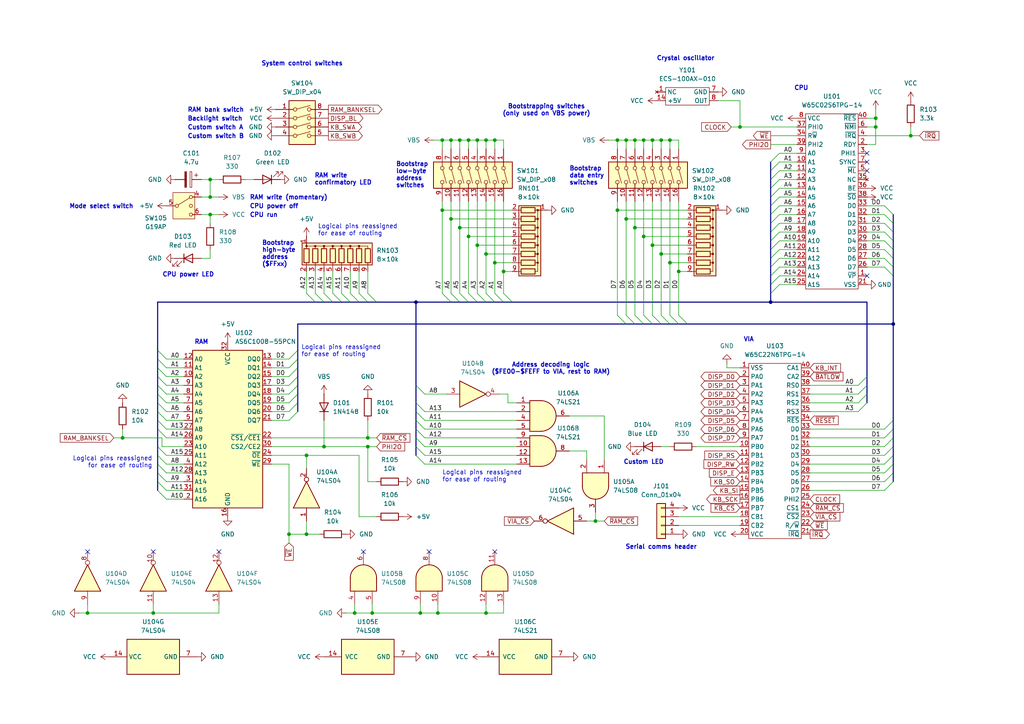
<source format=kicad_sch>
(kicad_sch (version 20250114) (generator "eeschema") (generator_version "9.0")
  (paper "A4")
  (text "Custom switch A" (at 54.356 37.084 0) (effects (font (size 1.27 1.27) (thickness 0.254) (bold yes)) (justify left)))
  (text "RAM" (at 58.42 99.314 0) (effects (font (size 1.27 1.27) (thickness 0.254) (bold yes))))
  (text "CPU" (at 232.41 25.654 0) (effects (font (size 1.27 1.27) (thickness 0.254) (bold yes))))
  (text "CPU run" (at 72.39 62.484 0) (effects (font (size 1.27 1.27) (thickness 0.254) (bold yes)) (justify left)))
  (text "Crystal oscillator" (at 198.882 17.018 0) (effects (font (size 1.27 1.27) (thickness 0.254) (bold yes))))
  (text "RAM write (momentary)" (at 72.39 57.404 0) (effects (font (size 1.27 1.27) (thickness 0.254) (bold yes)) (justify left)))
  (text "Bootstrap\nlow-byte\naddress\nswitches" (at 114.808 50.8 0) (effects (font (size 1.27 1.27) (thickness 0.254) (bold yes)) (justify left)))
  (text "CPU power off" (at 72.39 59.944 0) (effects (font (size 1.27 1.27) (thickness 0.254) (bold yes)) (justify left)))
  (text "Bootstrap\nhigh-byte\naddress\n($FFxx)" (at 75.946 73.66 0) (effects (font (size 1.27 1.27) (thickness 0.254) (bold yes)) (justify left)))
  (text "Bootstrap\ndata entry\nswitches" (at 165.1 51.054 0) (effects (font (size 1.27 1.27) (thickness 0.254) (bold yes)) (justify left)))
  (text "Serial comms header" (at 191.77 158.75 0) (effects (font (size 1.27 1.27) (thickness 0.254) (bold yes))))
  (text "CPU power LED" (at 54.61 79.756 0) (effects (font (size 1.27 1.27) (thickness 0.254) (bold yes))))
  (text "Address decoding logic\n($FE00-$FEFF to VIA, rest to RAM)" (at 159.766 106.934 0) (effects (font (size 1.27 1.27) (thickness 0.254) (bold yes))))
  (text "RAM write\nconfirmatory LED" (at 91.186 52.07 0) (effects (font (size 1.27 1.27) (thickness 0.254) (bold yes)) (justify left)))
  (text "Bootstrapping switches\n(only used on VBS power)" (at 158.496 32.004 0) (effects (font (size 1.27 1.27) (thickness 0.254) (bold yes))))
  (text "Logical pins reassigned\nfor ease of routing" (at 44.196 134.112 0) (effects (font (size 1.27 1.27) (thickness 0.1588)) (justify right)))
  (text "VIA" (at 217.17 98.552 0) (effects (font (size 1.27 1.27) (thickness 0.254) (bold yes))))
  (text "Logical pins reassigned\nfor ease of routing" (at 92.202 66.802 0) (effects (font (size 1.27 1.27) (thickness 0.1588)) (justify left)))
  (text "Mode select switch" (at 20.066 59.944 0) (effects (font (size 1.27 1.27) (thickness 0.254) (bold yes)) (justify left)))
  (text "Logical pins reassigned\nfor ease of routing" (at 128.27 138.176 0) (effects (font (size 1.27 1.27) (thickness 0.1588)) (justify left)))
  (text "Backlight switch" (at 54.356 34.544 0) (effects (font (size 1.27 1.27) (thickness 0.254) (bold yes)) (justify left)))
  (text "RAM bank switch" (at 54.356 32.004 0) (effects (font (size 1.27 1.27) (thickness 0.254) (bold yes)) (justify left)))
  (text "Custom LED" (at 186.69 134.112 0) (effects (font (size 1.27 1.27) (thickness 0.254) (bold yes))))
  (text "Logical pins reassigned\nfor ease of routing" (at 87.376 101.854 0) (effects (font (size 1.27 1.27) (thickness 0.1588)) (justify left)))
  (text "System control switches" (at 87.63 18.542 0) (effects (font (size 1.27 1.27) (thickness 0.254) (bold yes))))
  (text "Custom switch B" (at 54.356 39.624 0) (effects (font (size 1.27 1.27) (thickness 0.254) (bold yes)) (justify left)))
  (junction (at 194.31 76.2))
  (junction (at 83.82 154.94))
  (junction (at 133.35 40.64))
  (junction (at 44.45 177.8))
  (junction (at 107.95 177.8))
  (junction (at 128.27 40.64))
  (junction (at 146.05 78.74))
  (junction (at 184.15 40.64))
  (junction (at 102.87 177.8))
  (junction (at 25.4 177.8))
  (junction (at 35.56 127))
  (junction (at 189.23 71.12))
  (junction (at 186.69 68.58))
  (junction (at 121.92 177.8))
  (junction (at 184.15 66.04))
  (junction (at 194.31 40.64))
  (junction (at 127 177.8))
  (junction (at 143.51 40.64))
  (junction (at 143.51 76.2))
  (junction (at 106.68 129.54))
  (junction (at 191.77 40.64))
  (junction (at 120.65 87.63))
  (junction (at 130.81 40.64))
  (junction (at 214.63 36.83))
  (junction (at 186.69 40.64))
  (junction (at 264.16 39.37))
  (junction (at 138.43 71.12))
  (junction (at 130.81 63.5))
  (junction (at 196.85 78.74))
  (junction (at 106.68 127))
  (junction (at 133.35 66.04))
  (junction (at 254 34.29))
  (junction (at 172.72 151.13))
  (junction (at 140.97 40.64))
  (junction (at 223.52 87.63))
  (junction (at 135.89 40.64))
  (junction (at 181.61 40.64))
  (junction (at 128.27 60.96))
  (junction (at 60.96 52.07))
  (junction (at 181.61 63.5))
  (junction (at 135.89 68.58))
  (junction (at 179.07 60.96))
  (junction (at 140.97 177.8))
  (junction (at 93.98 129.54))
  (junction (at 88.9 132.08))
  (junction (at 179.07 40.64))
  (junction (at 191.77 73.66))
  (junction (at 254 36.83))
  (junction (at 60.96 62.23))
  (junction (at 140.97 73.66))
  (junction (at 259.08 93.98))
  (junction (at 60.96 57.15))
  (junction (at 88.9 154.94))
  (junction (at 138.43 40.64))
  (junction (at 189.23 40.64))
  (no_connect (at 25.4 160.02))
  (no_connect (at 251.46 49.53))
  (no_connect (at 251.46 80.01))
  (no_connect (at 143.51 160.02))
  (no_connect (at 124.46 160.02))
  (no_connect (at 44.45 160.02))
  (no_connect (at 251.46 46.99))
  (no_connect (at 251.46 44.45))
  (no_connect (at 63.5 160.02))
  (no_connect (at 105.41 160.02))
  (bus_entry (at 256.54 124.46) (size 2.54 -2.54))
  (bus_entry (at 256.54 77.47) (size 2.54 2.54))
  (bus_entry (at 135.89 85.09) (size 2.54 2.54))
  (bus_entry (at 48.26 124.46) (size -2.54 -2.54))
  (bus_entry (at 88.9 85.09) (size 2.54 2.54))
  (bus_entry (at 186.69 91.44) (size 2.54 2.54))
  (bus_entry (at 83.82 111.76) (size 2.54 -2.54))
  (bus_entry (at 104.14 85.09) (size 2.54 2.54))
  (bus_entry (at 123.19 119.38) (size -2.54 -2.54))
  (bus_entry (at 140.97 85.09) (size 2.54 2.54))
  (bus_entry (at 226.06 52.07) (size -2.54 2.54))
  (bus_entry (at 256.54 137.16) (size 2.54 -2.54))
  (bus_entry (at 133.35 85.09) (size 2.54 2.54))
  (bus_entry (at 123.19 114.3) (size -2.54 -2.54))
  (bus_entry (at 226.06 54.61) (size -2.54 2.54))
  (bus_entry (at 226.06 82.55) (size -2.54 2.54))
  (bus_entry (at 191.77 91.44) (size 2.54 2.54))
  (bus_entry (at 226.06 49.53) (size -2.54 2.54))
  (bus_entry (at 256.54 62.23) (size 2.54 2.54))
  (bus_entry (at 226.06 64.77) (size -2.54 2.54))
  (bus_entry (at 226.06 46.99) (size -2.54 2.54))
  (bus_entry (at 138.43 85.09) (size 2.54 2.54))
  (bus_entry (at 123.19 132.08) (size -2.54 -2.54))
  (bus_entry (at 83.82 121.92) (size 2.54 -2.54))
  (bus_entry (at 226.06 77.47) (size -2.54 2.54))
  (bus_entry (at 48.26 139.7) (size -2.54 -2.54))
  (bus_entry (at 256.54 74.93) (size 2.54 2.54))
  (bus_entry (at 226.06 80.01) (size -2.54 2.54))
  (bus_entry (at 196.85 91.44) (size 2.54 2.54))
  (bus_entry (at 48.26 144.78) (size -2.54 -2.54))
  (bus_entry (at 256.54 69.85) (size 2.54 2.54))
  (bus_entry (at 123.19 127) (size -2.54 -2.54))
  (bus_entry (at 48.26 121.92) (size -2.54 -2.54))
  (bus_entry (at 96.52 85.09) (size 2.54 2.54))
  (bus_entry (at 83.82 109.22) (size 2.54 -2.54))
  (bus_entry (at 256.54 139.7) (size 2.54 -2.54))
  (bus_entry (at 48.26 134.62) (size -2.54 -2.54))
  (bus_entry (at 130.81 85.09) (size 2.54 2.54))
  (bus_entry (at 184.15 91.44) (size 2.54 2.54))
  (bus_entry (at 48.26 109.22) (size -2.54 -2.54))
  (bus_entry (at 48.26 127) (size -2.54 -2.54))
  (bus_entry (at 256.54 132.08) (size 2.54 -2.54))
  (bus_entry (at 226.06 67.31) (size -2.54 2.54))
  (bus_entry (at 256.54 134.62) (size 2.54 -2.54))
  (bus_entry (at 48.26 106.68) (size -2.54 -2.54))
  (bus_entry (at 189.23 91.44) (size 2.54 2.54))
  (bus_entry (at 123.19 124.46) (size -2.54 -2.54))
  (bus_entry (at 248.92 114.3) (size 2.54 -2.54))
  (bus_entry (at 128.27 85.09) (size 2.54 2.54))
  (bus_entry (at 146.05 85.09) (size 2.54 2.54))
  (bus_entry (at 226.06 72.39) (size -2.54 2.54))
  (bus_entry (at 48.26 104.14) (size -2.54 -2.54))
  (bus_entry (at 48.26 137.16) (size -2.54 -2.54))
  (bus_entry (at 256.54 127) (size 2.54 -2.54))
  (bus_entry (at 256.54 59.69) (size 2.54 2.54))
  (bus_entry (at 106.68 85.09) (size 2.54 2.54))
  (bus_entry (at 181.61 91.44) (size 2.54 2.54))
  (bus_entry (at 226.06 74.93) (size -2.54 2.54))
  (bus_entry (at 83.82 119.38) (size 2.54 -2.54))
  (bus_entry (at 256.54 142.24) (size 2.54 -2.54))
  (bus_entry (at 194.31 91.44) (size 2.54 2.54))
  (bus_entry (at 256.54 129.54) (size 2.54 -2.54))
  (bus_entry (at 256.54 64.77) (size 2.54 2.54))
  (bus_entry (at 48.26 116.84) (size -2.54 -2.54))
  (bus_entry (at 93.98 85.09) (size 2.54 2.54))
  (bus_entry (at 91.44 85.09) (size 2.54 2.54))
  (bus_entry (at 123.19 121.92) (size -2.54 -2.54))
  (bus_entry (at 83.82 114.3) (size 2.54 -2.54))
  (bus_entry (at 48.26 142.24) (size -2.54 -2.54))
  (bus_entry (at 83.82 104.14) (size 2.54 -2.54))
  (bus_entry (at 248.92 116.84) (size 2.54 -2.54))
  (bus_entry (at 123.19 134.62) (size -2.54 -2.54))
  (bus_entry (at 226.06 44.45) (size -2.54 2.54))
  (bus_entry (at 83.82 116.84) (size 2.54 -2.54))
  (bus_entry (at 48.26 111.76) (size -2.54 -2.54))
  (bus_entry (at 48.26 132.08) (size -2.54 -2.54))
  (bus_entry (at 48.26 119.38) (size -2.54 -2.54))
  (bus_entry (at 226.06 59.69) (size -2.54 2.54))
  (bus_entry (at 256.54 67.31) (size 2.54 2.54))
  (bus_entry (at 143.51 85.09) (size 2.54 2.54))
  (bus_entry (at 48.26 114.3) (size -2.54 -2.54))
  (bus_entry (at 226.06 69.85) (size -2.54 2.54))
  (bus_entry (at 256.54 72.39) (size 2.54 2.54))
  (bus_entry (at 248.92 119.38) (size 2.54 -2.54))
  (bus_entry (at 226.06 57.15) (size -2.54 2.54))
  (bus_entry (at 179.07 91.44) (size 2.54 2.54))
  (bus_entry (at 123.19 129.54) (size -2.54 -2.54))
  (bus_entry (at 226.06 62.23) (size -2.54 2.54))
  (bus_entry (at 99.06 85.09) (size 2.54 2.54))
  (bus_entry (at 83.82 106.68) (size 2.54 -2.54))
  (bus_entry (at 248.92 111.76) (size 2.54 -2.54))
  (bus_entry (at 101.6 85.09) (size 2.54 2.54))
  (wire (pts (xy 128.27 40.64) (xy 130.81 40.64)))
  (bus (pts (xy 45.72 116.84) (xy 45.72 119.38)))
  (bus (pts (xy 86.36 104.14) (xy 86.36 106.68)))
  (wire (pts (xy 226.06 52.07) (xy 231.14 52.07)))
  (wire (pts (xy 63.5 177.8) (xy 63.5 175.26)))
  (wire (pts (xy 226.06 77.47) (xy 231.14 77.47)))
  (wire (pts (xy 189.23 40.64) (xy 186.69 40.64)))
  (wire (pts (xy 128.27 43.18) (xy 128.27 40.64)))
  (wire (pts (xy 189.23 58.42) (xy 189.23 71.12)))
  (bus (pts (xy 189.23 93.98) (xy 191.77 93.98)))
  (wire (pts (xy 175.26 120.65) (xy 175.26 133.35)))
  (wire (pts (xy 63.5 62.23) (xy 60.96 62.23)))
  (wire (pts (xy 133.35 40.64) (xy 135.89 40.64)))
  (wire (pts (xy 254 34.29) (xy 251.46 34.29)))
  (wire (pts (xy 78.74 127) (xy 106.68 127)))
  (bus (pts (xy 259.08 129.54) (xy 259.08 132.08)))
  (wire (pts (xy 172.72 151.13) (xy 170.18 151.13)))
  (wire (pts (xy 251.46 69.85) (xy 256.54 69.85)))
  (wire (pts (xy 48.26 144.78) (xy 53.34 144.78)))
  (wire (pts (xy 140.97 40.64) (xy 140.97 43.18)))
  (wire (pts (xy 48.26 116.84) (xy 53.34 116.84)))
  (wire (pts (xy 25.4 175.26) (xy 25.4 177.8)))
  (wire (pts (xy 71.12 52.07) (xy 73.66 52.07)))
  (wire (pts (xy 266.7 39.37) (xy 264.16 39.37)))
  (wire (pts (xy 48.26 137.16) (xy 53.34 137.16)))
  (bus (pts (xy 223.52 52.07) (xy 223.52 54.61)))
  (wire (pts (xy 146.05 78.74) (xy 148.59 78.74)))
  (wire (pts (xy 147.32 116.84) (xy 149.86 116.84)))
  (wire (pts (xy 109.22 139.7) (xy 106.68 139.7)))
  (wire (pts (xy 226.06 72.39) (xy 231.14 72.39)))
  (bus (pts (xy 223.52 54.61) (xy 223.52 57.15)))
  (wire (pts (xy 123.19 119.38) (xy 149.86 119.38)))
  (wire (pts (xy 123.19 129.54) (xy 149.86 129.54)))
  (wire (pts (xy 196.85 78.74) (xy 199.39 78.74)))
  (bus (pts (xy 45.72 114.3) (xy 45.72 116.84)))
  (wire (pts (xy 194.31 58.42) (xy 194.31 76.2)))
  (wire (pts (xy 146.05 40.64) (xy 146.05 43.18)))
  (wire (pts (xy 48.26 106.68) (xy 53.34 106.68)))
  (wire (pts (xy 181.61 40.64) (xy 179.07 40.64)))
  (wire (pts (xy 226.06 44.45) (xy 231.14 44.45)))
  (wire (pts (xy 186.69 58.42) (xy 186.69 68.58)))
  (wire (pts (xy 25.4 177.8) (xy 44.45 177.8)))
  (wire (pts (xy 99.06 85.09) (xy 99.06 78.74)))
  (bus (pts (xy 223.52 85.09) (xy 223.52 87.63)))
  (bus (pts (xy 259.08 134.62) (xy 259.08 137.16)))
  (wire (pts (xy 226.06 62.23) (xy 231.14 62.23)))
  (wire (pts (xy 78.74 129.54) (xy 93.98 129.54)))
  (wire (pts (xy 181.61 58.42) (xy 181.61 63.5)))
  (wire (pts (xy 226.06 64.77) (xy 231.14 64.77)))
  (wire (pts (xy 130.81 40.64) (xy 133.35 40.64)))
  (wire (pts (xy 78.74 132.08) (xy 88.9 132.08)))
  (wire (pts (xy 181.61 40.64) (xy 181.61 43.18)))
  (wire (pts (xy 138.43 40.64) (xy 140.97 40.64)))
  (wire (pts (xy 189.23 71.12) (xy 199.39 71.12)))
  (bus (pts (xy 101.6 87.63) (xy 104.14 87.63)))
  (wire (pts (xy 179.07 40.64) (xy 179.07 43.18)))
  (wire (pts (xy 123.19 121.92) (xy 149.86 121.92)))
  (wire (pts (xy 48.26 139.7) (xy 53.34 139.7)))
  (bus (pts (xy 45.72 121.92) (xy 45.72 124.46)))
  (bus (pts (xy 86.36 114.3) (xy 86.36 116.84)))
  (bus (pts (xy 223.52 62.23) (xy 223.52 64.77)))
  (wire (pts (xy 210.82 106.68) (xy 214.63 106.68)))
  (wire (pts (xy 196.85 40.64) (xy 194.31 40.64)))
  (wire (pts (xy 234.95 119.38) (xy 248.92 119.38)))
  (wire (pts (xy 48.26 114.3) (xy 53.34 114.3)))
  (wire (pts (xy 226.06 82.55) (xy 231.14 82.55)))
  (wire (pts (xy 196.85 149.86) (xy 214.63 149.86)))
  (wire (pts (xy 234.95 137.16) (xy 256.54 137.16)))
  (bus (pts (xy 45.72 109.22) (xy 45.72 111.76)))
  (wire (pts (xy 106.68 129.54) (xy 109.22 129.54)))
  (wire (pts (xy 201.93 129.54) (xy 214.63 129.54)))
  (wire (pts (xy 186.69 68.58) (xy 186.69 91.44)))
  (wire (pts (xy 251.46 62.23) (xy 256.54 62.23)))
  (bus (pts (xy 259.08 124.46) (xy 259.08 127)))
  (wire (pts (xy 104.14 149.86) (xy 109.22 149.86)))
  (wire (pts (xy 83.82 154.94) (xy 88.9 154.94)))
  (wire (pts (xy 133.35 66.04) (xy 148.59 66.04)))
  (bus (pts (xy 181.61 93.98) (xy 184.15 93.98)))
  (wire (pts (xy 146.05 58.42) (xy 146.05 78.74)))
  (wire (pts (xy 48.26 142.24) (xy 53.34 142.24)))
  (bus (pts (xy 86.36 93.98) (xy 181.61 93.98)))
  (bus (pts (xy 223.52 77.47) (xy 223.52 80.01)))
  (bus (pts (xy 259.08 74.93) (xy 259.08 77.47)))
  (wire (pts (xy 140.97 73.66) (xy 148.59 73.66)))
  (bus (pts (xy 45.72 124.46) (xy 45.72 129.54)))
  (wire (pts (xy 135.89 40.64) (xy 138.43 40.64)))
  (wire (pts (xy 138.43 71.12) (xy 148.59 71.12)))
  (bus (pts (xy 143.51 87.63) (xy 146.05 87.63)))
  (bus (pts (xy 223.52 49.53) (xy 223.52 52.07)))
  (bus (pts (xy 45.72 137.16) (xy 45.72 139.7)))
  (wire (pts (xy 78.74 109.22) (xy 83.82 109.22)))
  (bus (pts (xy 259.08 127) (xy 259.08 129.54)))
  (bus (pts (xy 223.52 82.55) (xy 223.52 85.09)))
  (wire (pts (xy 48.26 121.92) (xy 53.34 121.92)))
  (wire (pts (xy 133.35 40.64) (xy 133.35 43.18)))
  (wire (pts (xy 184.15 40.64) (xy 181.61 40.64)))
  (wire (pts (xy 226.06 57.15) (xy 231.14 57.15)))
  (bus (pts (xy 120.65 124.46) (xy 120.65 127)))
  (bus (pts (xy 45.72 139.7) (xy 45.72 142.24)))
  (wire (pts (xy 264.16 36.83) (xy 264.16 39.37)))
  (wire (pts (xy 106.68 121.92) (xy 106.68 127)))
  (wire (pts (xy 88.9 132.08) (xy 104.14 132.08)))
  (wire (pts (xy 194.31 76.2) (xy 194.31 91.44)))
  (bus (pts (xy 259.08 77.47) (xy 259.08 80.01)))
  (bus (pts (xy 259.08 121.92) (xy 259.08 124.46)))
  (bus (pts (xy 86.36 106.68) (xy 86.36 109.22)))
  (wire (pts (xy 48.26 119.38) (xy 53.34 119.38)))
  (wire (pts (xy 234.95 111.76) (xy 248.92 111.76)))
  (wire (pts (xy 194.31 76.2) (xy 199.39 76.2)))
  (wire (pts (xy 123.19 114.3) (xy 129.54 114.3)))
  (wire (pts (xy 78.74 121.92) (xy 83.82 121.92)))
  (bus (pts (xy 86.36 109.22) (xy 86.36 111.76)))
  (wire (pts (xy 96.52 85.09) (xy 96.52 78.74)))
  (bus (pts (xy 259.08 67.31) (xy 259.08 69.85)))
  (wire (pts (xy 208.28 29.21) (xy 214.63 29.21)))
  (bus (pts (xy 223.52 80.01) (xy 223.52 82.55)))
  (wire (pts (xy 127 177.8) (xy 140.97 177.8)))
  (wire (pts (xy 196.85 58.42) (xy 196.85 78.74)))
  (wire (pts (xy 251.46 72.39) (xy 256.54 72.39)))
  (wire (pts (xy 88.9 85.09) (xy 88.9 78.74)))
  (wire (pts (xy 191.77 73.66) (xy 199.39 73.66)))
  (wire (pts (xy 135.89 68.58) (xy 135.89 85.09)))
  (wire (pts (xy 100.33 177.8) (xy 102.87 177.8)))
  (wire (pts (xy 191.77 73.66) (xy 191.77 91.44)))
  (bus (pts (xy 251.46 111.76) (xy 251.46 114.3)))
  (wire (pts (xy 251.46 67.31) (xy 256.54 67.31)))
  (wire (pts (xy 106.68 127) (xy 109.22 127)))
  (bus (pts (xy 120.65 111.76) (xy 120.65 116.84)))
  (bus (pts (xy 45.72 132.08) (xy 45.72 134.62)))
  (wire (pts (xy 48.26 111.76) (xy 53.34 111.76)))
  (wire (pts (xy 121.92 175.26) (xy 121.92 177.8)))
  (wire (pts (xy 226.06 80.01) (xy 231.14 80.01)))
  (wire (pts (xy 138.43 58.42) (xy 138.43 71.12)))
  (wire (pts (xy 140.97 177.8) (xy 146.05 177.8)))
  (wire (pts (xy 184.15 66.04) (xy 199.39 66.04)))
  (bus (pts (xy 86.36 93.98) (xy 86.36 101.6)))
  (bus (pts (xy 91.44 87.63) (xy 93.98 87.63)))
  (wire (pts (xy 226.06 49.53) (xy 231.14 49.53)))
  (bus (pts (xy 223.52 87.63) (xy 251.46 87.63)))
  (wire (pts (xy 144.78 114.3) (xy 147.32 114.3)))
  (bus (pts (xy 86.36 101.6) (xy 86.36 104.14)))
  (wire (pts (xy 123.19 132.08) (xy 149.86 132.08)))
  (wire (pts (xy 35.56 124.46) (xy 35.56 127)))
  (bus (pts (xy 138.43 87.63) (xy 140.97 87.63)))
  (wire (pts (xy 60.96 74.93) (xy 60.96 72.39)))
  (wire (pts (xy 194.31 40.64) (xy 194.31 43.18)))
  (wire (pts (xy 191.77 129.54) (xy 194.31 129.54)))
  (bus (pts (xy 223.52 69.85) (xy 223.52 72.39)))
  (wire (pts (xy 234.95 127) (xy 256.54 127)))
  (bus (pts (xy 96.52 87.63) (xy 99.06 87.63)))
  (wire (pts (xy 184.15 40.64) (xy 184.15 43.18)))
  (wire (pts (xy 251.46 64.77) (xy 256.54 64.77)))
  (bus (pts (xy 86.36 116.84) (xy 86.36 119.38)))
  (bus (pts (xy 135.89 87.63) (xy 138.43 87.63)))
  (wire (pts (xy 143.51 40.64) (xy 143.51 43.18)))
  (bus (pts (xy 259.08 64.77) (xy 259.08 67.31)))
  (wire (pts (xy 48.26 124.46) (xy 53.34 124.46)))
  (bus (pts (xy 45.72 87.63) (xy 45.72 101.6)))
  (bus (pts (xy 223.52 46.99) (xy 223.52 49.53)))
  (wire (pts (xy 181.61 63.5) (xy 199.39 63.5)))
  (wire (pts (xy 93.98 129.54) (xy 106.68 129.54)))
  (wire (pts (xy 91.44 85.09) (xy 91.44 78.74)))
  (wire (pts (xy 234.95 116.84) (xy 248.92 116.84)))
  (wire (pts (xy 165.1 130.81) (xy 170.18 130.81)))
  (wire (pts (xy 130.81 63.5) (xy 148.59 63.5)))
  (wire (pts (xy 181.61 63.5) (xy 181.61 91.44)))
  (wire (pts (xy 165.1 120.65) (xy 175.26 120.65)))
  (wire (pts (xy 83.82 157.48) (xy 83.82 154.94)))
  (wire (pts (xy 48.26 104.14) (xy 53.34 104.14)))
  (wire (pts (xy 223.52 41.91) (xy 231.14 41.91)))
  (wire (pts (xy 123.19 127) (xy 149.86 127)))
  (wire (pts (xy 44.45 177.8) (xy 63.5 177.8)))
  (bus (pts (xy 259.08 72.39) (xy 259.08 74.93)))
  (bus (pts (xy 120.65 87.63) (xy 120.65 111.76)))
  (wire (pts (xy 191.77 40.64) (xy 191.77 43.18)))
  (wire (pts (xy 128.27 58.42) (xy 128.27 60.96)))
  (wire (pts (xy 78.74 114.3) (xy 83.82 114.3)))
  (wire (pts (xy 226.06 54.61) (xy 231.14 54.61)))
  (wire (pts (xy 83.82 134.62) (xy 83.82 154.94)))
  (bus (pts (xy 251.46 87.63) (xy 251.46 109.22)))
  (wire (pts (xy 186.69 68.58) (xy 199.39 68.58)))
  (wire (pts (xy 104.14 85.09) (xy 104.14 78.74)))
  (wire (pts (xy 189.23 40.64) (xy 189.23 43.18)))
  (wire (pts (xy 191.77 40.64) (xy 189.23 40.64)))
  (bus (pts (xy 196.85 93.98) (xy 199.39 93.98)))
  (bus (pts (xy 140.97 87.63) (xy 143.51 87.63)))
  (wire (pts (xy 189.23 71.12) (xy 189.23 91.44)))
  (wire (pts (xy 102.87 177.8) (xy 107.95 177.8)))
  (wire (pts (xy 179.07 60.96) (xy 199.39 60.96)))
  (wire (pts (xy 138.43 71.12) (xy 138.43 85.09)))
  (wire (pts (xy 214.63 29.21) (xy 214.63 36.83)))
  (wire (pts (xy 143.51 58.42) (xy 143.51 76.2)))
  (bus (pts (xy 194.31 93.98) (xy 196.85 93.98)))
  (wire (pts (xy 83.82 134.62) (xy 78.74 134.62)))
  (wire (pts (xy 78.74 116.84) (xy 83.82 116.84)))
  (wire (pts (xy 128.27 60.96) (xy 128.27 85.09)))
  (wire (pts (xy 107.95 177.8) (xy 121.92 177.8)))
  (wire (pts (xy 60.96 57.15) (xy 58.42 57.15)))
  (wire (pts (xy 143.51 76.2) (xy 143.51 85.09)))
  (wire (pts (xy 194.31 40.64) (xy 191.77 40.64)))
  (wire (pts (xy 146.05 175.26) (xy 146.05 177.8)))
  (wire (pts (xy 223.52 39.37) (xy 231.14 39.37)))
  (wire (pts (xy 60.96 52.07) (xy 63.5 52.07)))
  (wire (pts (xy 210.82 106.68) (xy 210.82 105.41)))
  (wire (pts (xy 106.68 129.54) (xy 106.68 139.7)))
  (wire (pts (xy 125.73 40.64) (xy 128.27 40.64)))
  (wire (pts (xy 226.06 46.99) (xy 231.14 46.99)))
  (wire (pts (xy 143.51 76.2) (xy 148.59 76.2)))
  (wire (pts (xy 234.95 132.08) (xy 256.54 132.08)))
  (wire (pts (xy 191.77 58.42) (xy 191.77 73.66)))
  (bus (pts (xy 223.52 59.69) (xy 223.52 62.23)))
  (wire (pts (xy 46.99 129.54) (xy 53.34 129.54)))
  (bus (pts (xy 93.98 87.63) (xy 96.52 87.63)))
  (bus (pts (xy 259.08 137.16) (xy 259.08 139.7)))
  (wire (pts (xy 226.06 69.85) (xy 231.14 69.85)))
  (wire (pts (xy 107.95 175.26) (xy 107.95 177.8)))
  (wire (pts (xy 254 36.83) (xy 251.46 36.83)))
  (wire (pts (xy 170.18 130.81) (xy 170.18 133.35)))
  (wire (pts (xy 176.53 40.64) (xy 179.07 40.64)))
  (wire (pts (xy 214.63 36.83) (xy 231.14 36.83)))
  (wire (pts (xy 140.97 58.42) (xy 140.97 73.66)))
  (wire (pts (xy 48.26 127) (xy 53.34 127)))
  (bus (pts (xy 259.08 80.01) (xy 259.08 93.98)))
  (bus (pts (xy 106.68 87.63) (xy 109.22 87.63)))
  (wire (pts (xy 48.26 132.08) (xy 53.34 132.08)))
  (bus (pts (xy 223.52 67.31) (xy 223.52 69.85)))
  (bus (pts (xy 109.22 87.63) (xy 120.65 87.63)))
  (wire (pts (xy 196.85 152.4) (xy 214.63 152.4)))
  (wire (pts (xy 186.69 40.64) (xy 184.15 40.64)))
  (wire (pts (xy 78.74 111.76) (xy 83.82 111.76)))
  (wire (pts (xy 140.97 73.66) (xy 140.97 85.09)))
  (bus (pts (xy 251.46 109.22) (xy 251.46 111.76)))
  (bus (pts (xy 251.46 114.3) (xy 251.46 116.84)))
  (wire (pts (xy 88.9 154.94) (xy 92.71 154.94)))
  (wire (pts (xy 135.89 58.42) (xy 135.89 68.58)))
  (wire (pts (xy 196.85 43.18) (xy 196.85 40.64)))
  (bus (pts (xy 259.08 69.85) (xy 259.08 72.39)))
  (wire (pts (xy 251.46 59.69) (xy 256.54 59.69)))
  (wire (pts (xy 33.02 127) (xy 35.56 127)))
  (wire (pts (xy 234.95 129.54) (xy 256.54 129.54)))
  (bus (pts (xy 45.72 87.63) (xy 91.44 87.63)))
  (bus (pts (xy 148.59 87.63) (xy 223.52 87.63)))
  (wire (pts (xy 102.87 177.8) (xy 102.87 175.26)))
  (bus (pts (xy 120.65 119.38) (xy 120.65 121.92)))
  (wire (pts (xy 184.15 58.42) (xy 184.15 66.04)))
  (wire (pts (xy 143.51 40.64) (xy 146.05 40.64)))
  (wire (pts (xy 78.74 106.68) (xy 83.82 106.68)))
  (wire (pts (xy 146.05 78.74) (xy 146.05 85.09)))
  (wire (pts (xy 140.97 175.26) (xy 140.97 177.8)))
  (wire (pts (xy 226.06 59.69) (xy 231.14 59.69)))
  (wire (pts (xy 133.35 66.04) (xy 133.35 85.09)))
  (wire (pts (xy 140.97 40.64) (xy 143.51 40.64)))
  (bus (pts (xy 120.65 129.54) (xy 120.65 132.08)))
  (wire (pts (xy 22.86 177.8) (xy 25.4 177.8)))
  (bus (pts (xy 45.72 111.76) (xy 45.72 114.3)))
  (bus (pts (xy 45.72 106.68) (xy 45.72 109.22)))
  (wire (pts (xy 130.81 58.42) (xy 130.81 63.5)))
  (bus (pts (xy 259.08 62.23) (xy 259.08 64.77)))
  (wire (pts (xy 58.42 52.07) (xy 60.96 52.07)))
  (bus (pts (xy 45.72 119.38) (xy 45.72 121.92)))
  (wire (pts (xy 186.69 40.64) (xy 186.69 43.18)))
  (bus (pts (xy 259.08 132.08) (xy 259.08 134.62)))
  (wire (pts (xy 254 34.29) (xy 254 36.83)))
  (bus (pts (xy 45.72 101.6) (xy 45.72 104.14)))
  (wire (pts (xy 234.95 134.62) (xy 256.54 134.62)))
  (bus (pts (xy 45.72 104.14) (xy 45.72 106.68)))
  (bus (pts (xy 45.72 129.54) (xy 45.72 132.08)))
  (bus (pts (xy 120.65 116.84) (xy 120.65 119.38)))
  (bus (pts (xy 223.52 57.15) (xy 223.52 59.69)))
  (wire (pts (xy 48.26 134.62) (xy 53.34 134.62)))
  (wire (pts (xy 121.92 177.8) (xy 127 177.8)))
  (wire (pts (xy 254 36.83) (xy 254 41.91)))
  (wire (pts (xy 179.07 58.42) (xy 179.07 60.96)))
  (wire (pts (xy 179.07 60.96) (xy 179.07 91.44)))
  (wire (pts (xy 60.96 62.23) (xy 58.42 62.23)))
  (wire (pts (xy 123.19 124.46) (xy 149.86 124.46)))
  (wire (pts (xy 175.26 151.13) (xy 172.72 151.13)))
  (bus (pts (xy 191.77 93.98) (xy 194.31 93.98)))
  (bus (pts (xy 45.72 134.62) (xy 45.72 137.16)))
  (bus (pts (xy 259.08 93.98) (xy 259.08 121.92)))
  (wire (pts (xy 251.46 74.93) (xy 256.54 74.93)))
  (bus (pts (xy 223.52 64.77) (xy 223.52 67.31)))
  (wire (pts (xy 127 175.26) (xy 127 177.8)))
  (wire (pts (xy 58.42 74.93) (xy 60.96 74.93)))
  (wire (pts (xy 88.9 154.94) (xy 88.9 151.13)))
  (bus (pts (xy 199.39 93.98) (xy 259.08 93.98)))
  (wire (pts (xy 104.14 132.08) (xy 104.14 149.86)))
  (wire (pts (xy 135.89 68.58) (xy 148.59 68.58)))
  (wire (pts (xy 88.9 132.08) (xy 88.9 135.89)))
  (wire (pts (xy 46.99 127) (xy 46.99 129.54)))
  (wire (pts (xy 226.06 74.93) (xy 231.14 74.93)))
  (wire (pts (xy 101.6 85.09) (xy 101.6 78.74)))
  (bus (pts (xy 223.52 74.93) (xy 223.52 77.47)))
  (wire (pts (xy 93.98 85.09) (xy 93.98 78.74)))
  (wire (pts (xy 172.72 148.59) (xy 172.72 151.13)))
  (wire (pts (xy 234.95 124.46) (xy 256.54 124.46)))
  (bus (pts (xy 120.65 121.92) (xy 120.65 124.46)))
  (bus (pts (xy 104.14 87.63) (xy 106.68 87.63)))
  (wire (pts (xy 63.5 57.15) (xy 60.96 57.15)))
  (wire (pts (xy 128.27 60.96) (xy 148.59 60.96)))
  (wire (pts (xy 251.46 77.47) (xy 256.54 77.47)))
  (bus (pts (xy 146.05 87.63) (xy 148.59 87.63)))
  (wire (pts (xy 234.95 114.3) (xy 248.92 114.3)))
  (bus (pts (xy 186.69 93.98) (xy 189.23 93.98)))
  (bus (pts (xy 120.65 87.63) (xy 130.81 87.63)))
  (wire (pts (xy 212.09 36.83) (xy 214.63 36.83)))
  (bus (pts (xy 184.15 93.98) (xy 186.69 93.98)))
  (wire (pts (xy 60.96 52.07) (xy 60.96 57.15)))
  (wire (pts (xy 78.74 104.14) (xy 83.82 104.14)))
  (wire (pts (xy 35.56 127) (xy 46.99 127)))
  (wire (pts (xy 130.81 40.64) (xy 130.81 43.18)))
  (bus (pts (xy 120.65 127) (xy 120.65 129.54)))
  (wire (pts (xy 264.16 39.37) (xy 251.46 39.37)))
  (bus (pts (xy 130.81 87.63) (xy 133.35 87.63)))
  (wire (pts (xy 133.35 58.42) (xy 133.35 66.04)))
  (wire (pts (xy 48.26 109.22) (xy 53.34 109.22)))
  (bus (pts (xy 86.36 111.76) (xy 86.36 114.3)))
  (wire (pts (xy 93.98 121.92) (xy 93.98 129.54)))
  (bus (pts (xy 99.06 87.63) (xy 101.6 87.63)))
  (wire (pts (xy 60.96 62.23) (xy 60.96 64.77)))
  (wire (pts (xy 254 31.75) (xy 254 34.29)))
  (wire (pts (xy 135.89 40.64) (xy 135.89 43.18)))
  (wire (pts (xy 196.85 78.74) (xy 196.85 91.44)))
  (wire (pts (xy 123.19 134.62) (xy 149.86 134.62)))
  (wire (pts (xy 234.95 142.24) (xy 256.54 142.24)))
  (wire (pts (xy 234.95 139.7) (xy 256.54 139.7)))
  (wire (pts (xy 106.68 85.09) (xy 106.68 78.74)))
  (wire (pts (xy 78.74 119.38) (xy 83.82 119.38)))
  (wire (pts (xy 184.15 66.04) (xy 184.15 91.44)))
  (bus (pts (xy 223.52 72.39) (xy 223.52 74.93)))
  (bus (pts (xy 133.35 87.63) (xy 135.89 87.63)))
  (wire (pts (xy 251.46 41.91) (xy 254 41.91)))
  (wire (pts (xy 147.32 114.3) (xy 147.32 116.84)))
  (wire (pts (xy 226.06 67.31) (xy 231.14 67.31)))
  (wire (pts (xy 138.43 40.64) (xy 138.43 43.18)))
  (wire (pts (xy 44.45 175.26) (xy 44.45 177.8)))
  (wire (pts (xy 130.81 63.5) (xy 130.81 85.09)))
  (label "A3" (at 247.65 119.38 180))
  (label "A5" (at 133.35 83.82 90))
  (label "A8" (at 227.33 64.77 0))
  (label "D7" (at 80.01 121.92 0))
  (label "A6" (at 227.33 59.69 0))
  (label "D4" (at 80.01 114.3 0))
  (label "D6" (at 252.73 74.93 0))
  (label "A14" (at 227.33 80.01 0))
  (label "D5" (at 252.73 72.39 0))
  (label "A2" (at 227.33 49.53 0))
  (label "A2" (at 140.97 83.82 90))
  (label "A11" (at 49.53 142.24 0))
  (label "D0" (at 196.85 83.82 90))
  (label "A14" (at 124.46 134.62 0))
  (label "D6" (at 181.61 83.82 90))
  (label "A1" (at 227.33 46.99 0))
  (label "A12" (at 49.53 137.16 0))
  (label "D0" (at 252.73 124.46 0))
  (label "D4" (at 252.73 134.62 0))
  (label "D7" (at 179.07 83.82 90))
  (label "A15" (at 96.52 83.82 90))
  (label "D4" (at 186.69 83.82 90))
  (label "D0" (at 80.01 109.22 0))
  (label "D3" (at 80.01 111.76 0))
  (label "D0" (at 252.73 59.69 0))
  (label "A10" (at 124.46 124.46 0))
  (label "A0" (at 146.05 83.82 90))
  (label "A0" (at 49.53 104.14 0))
  (label "A3" (at 49.53 111.76 0))
  (label "A14" (at 93.98 83.82 90))
  (label "A0" (at 227.33 44.45 0))
  (label "A9" (at 227.33 67.31 0))
  (label "A8" (at 106.68 83.82 90))
  (label "A8" (at 49.53 134.62 0))
  (label "A10" (at 101.6 83.82 90))
  (label "A7" (at 128.27 83.82 90))
  (label "D1" (at 252.73 127 0))
  (label "D4" (at 252.73 69.85 0))
  (label "A2" (at 247.65 116.84 180))
  (label "A1" (at 143.51 83.82 90))
  (label "A1" (at 49.53 106.68 0))
  (label "A7" (at 227.33 62.23 0))
  (label "A8" (at 124.46 114.3 0))
  (label "A13" (at 124.46 119.38 0))
  (label "D7" (at 252.73 77.47 0))
  (label "D5" (at 80.01 116.84 0))
  (label "A9" (at 124.46 129.54 0))
  (label "A10" (at 49.53 144.78 0))
  (label "A15" (at 124.46 132.08 0))
  (label "D3" (at 252.73 132.08 0))
  (label "A4" (at 227.33 54.61 0))
  (label "A1" (at 247.65 114.3 180))
  (label "A12" (at 88.9 83.82 90))
  (label "D1" (at 80.01 106.68 0))
  (label "A13" (at 49.53 124.46 0))
  (label "A3" (at 138.43 83.82 90))
  (label "A6" (at 49.53 119.38 0))
  (label "D1" (at 252.73 62.23 0))
  (label "A15" (at 227.33 82.55 0))
  (label "D2" (at 252.73 64.77 0))
  (label "D6" (at 80.01 119.38 0))
  (label "A11" (at 227.33 72.39 0))
  (label "D7" (at 252.73 142.24 0))
  (label "A0" (at 247.65 111.76 180))
  (label "A13" (at 91.44 83.82 90))
  (label "A4" (at 135.89 83.82 90))
  (label "D5" (at 252.73 137.16 0))
  (label "A2" (at 49.53 109.22 0))
  (label "A11" (at 99.06 83.82 90))
  (label "A14" (at 49.53 127 0))
  (label "A7" (at 49.53 121.92 0))
  (label "D5" (at 184.15 83.82 90))
  (label "A5" (at 49.53 116.84 0))
  (label "A10" (at 227.33 69.85 0))
  (label "A15" (at 49.53 132.08 0))
  (label "D2" (at 80.01 104.14 0))
  (label "A9" (at 49.53 139.7 0))
  (label "D3" (at 252.73 67.31 0))
  (label "A12" (at 124.46 127 0))
  (label "D6" (at 252.73 139.7 0))
  (label "D3" (at 189.23 83.82 90))
  (label "D1" (at 194.31 83.82 90))
  (label "A12" (at 227.33 74.93 0))
  (label "A5" (at 227.33 57.15 0))
  (label "D2" (at 252.73 129.54 0))
  (label "A3" (at 227.33 52.07 0))
  (label "D2" (at 191.77 83.82 90))
  (label "A13" (at 227.33 77.47 0))
  (label "A4" (at 49.53 114.3 0))
  (label "A9" (at 104.14 83.82 90))
  (label "A11" (at 124.46 121.92 0))
  (label "A6" (at 130.81 83.82 90))
  (global_label "~{VIA_CS}" (shape input) (at 234.95 149.86 0) (property "Intersheetrefs" "${INTERSHEET_REFS}" (effects (hide yes))))
  (global_label "~{IRQ}" (shape input) (at 266.7 39.37 0) (property "Intersheetrefs" "${INTERSHEET_REFS}" (effects (hide yes))))
  (global_label "DISP_D5" (shape tri_state) (at 214.63 121.92 180) (property "Intersheetrefs" "${INTERSHEET_REFS}" (effects (hide yes))))
  (global_label "~{RAM_CS}" (shape input) (at 175.26 151.13 0) (property "Intersheetrefs" "${INTERSHEET_REFS}" (effects (hide yes))))
  (global_label "KB_SWB" (shape output) (at 95.25 39.37 0) (property "Intersheetrefs" "${INTERSHEET_REFS}" (effects (hide yes))))
  (global_label "CLOCK" (shape input) (at 234.95 144.78 0) (property "Intersheetrefs" "${INTERSHEET_REFS}" (effects (hide yes))))
  (global_label "RAM_BANKSEL" (shape input) (at 33.02 127 180) (property "Intersheetrefs" "${INTERSHEET_REFS}" (effects (hide yes))))
  (global_label "KB_SO" (shape input) (at 214.63 139.7 180) (property "Intersheetrefs" "${INTERSHEET_REFS}" (effects (hide yes))))
  (global_label "DISP_D3" (shape tri_state) (at 214.63 116.84 180) (property "Intersheetrefs" "${INTERSHEET_REFS}" (effects (hide yes))))
  (global_label "RAM_BANKSEL" (shape output) (at 95.25 31.75 0) (property "Intersheetrefs" "${INTERSHEET_REFS}" (effects (hide yes))))
  (global_label "~{BATLOW}" (shape input) (at 234.95 109.22 0) (effects (font (thickness 0.1588))) (property "Intersheetrefs" "${INTERSHEET_REFS}" (effects (hide yes))))
  (global_label "PHI2O" (shape input) (at 109.22 129.54 0) (property "Intersheetrefs" "${INTERSHEET_REFS}" (effects (hide yes))))
  (global_label "DISP_BL" (shape output) (at 95.25 34.29 0) (property "Intersheetrefs" "${INTERSHEET_REFS}" (effects (hide yes))))
  (global_label "~{RAM_CS}" (shape input) (at 234.95 147.32 0) (property "Intersheetrefs" "${INTERSHEET_REFS}" (effects (hide yes))))
  (global_label "DISP_D2" (shape tri_state) (at 214.63 114.3 180) (property "Intersheetrefs" "${INTERSHEET_REFS}" (effects (hide yes))))
  (global_label "~{IRQ}" (shape output) (at 234.95 154.94 0) (property "Intersheetrefs" "${INTERSHEET_REFS}" (effects (hide yes))))
  (global_label "~{WE}" (shape input) (at 234.95 152.4 0) (property "Intersheetrefs" "${INTERSHEET_REFS}" (effects (hide yes))))
  (global_label "KB_INT" (shape input) (at 234.95 106.68 0) (effects (font (thickness 0.1588))) (property "Intersheetrefs" "${INTERSHEET_REFS}" (effects (hide yes))))
  (global_label "KB_SWA" (shape output) (at 95.25 36.83 0) (property "Intersheetrefs" "${INTERSHEET_REFS}" (effects (hide yes))))
  (global_label "DISP_RW" (shape input) (at 214.63 134.62 180) (property "Intersheetrefs" "${INTERSHEET_REFS}" (effects (hide yes))))
  (global_label "DISP_E" (shape input) (at 214.63 137.16 180) (property "Intersheetrefs" "${INTERSHEET_REFS}" (effects (hide yes))))
  (global_label "~{VIA_CS}" (shape input) (at 154.94 151.13 180) (property "Intersheetrefs" "${INTERSHEET_REFS}" (effects (hide yes))))
  (global_label "PHI2O" (shape output) (at 223.52 41.91 180) (property "Intersheetrefs" "${INTERSHEET_REFS}" (effects (hide yes))))
  (global_label "DISP_D1" (shape tri_state) (at 214.63 111.76 180) (property "Intersheetrefs" "${INTERSHEET_REFS}" (effects (hide yes))))
  (global_label "DISP_D7" (shape tri_state) (at 214.63 127 180) (property "Intersheetrefs" "${INTERSHEET_REFS}" (effects (hide yes))))
  (global_label "~{KB_CS}" (shape input) (at 214.63 147.32 180) (property "Intersheetrefs" "${INTERSHEET_REFS}" (effects (hide yes))))
  (global_label "~{RAM_CS}" (shape input) (at 109.22 127 0) (property "Intersheetrefs" "${INTERSHEET_REFS}" (effects (hide yes))))
  (global_label "DISP_RS" (shape input) (at 214.63 132.08 180) (property "Intersheetrefs" "${INTERSHEET_REFS}" (effects (hide yes))))
  (global_label "~{RESET}" (shape input) (at 234.95 121.92 0) (property "Intersheetrefs" "${INTERSHEET_REFS}" (effects (hide yes))))
  (global_label "KB_SCK" (shape output) (at 214.63 144.78 180) (property "Intersheetrefs" "${INTERSHEET_REFS}" (effects (hide yes))))
  (global_label "CLOCK" (shape input) (at 212.09 36.83 180) (property "Intersheetrefs" "${INTERSHEET_REFS}" (effects (hide yes))))
  (global_label "~{WE}" (shape input) (at 83.82 157.48 270) (property "Intersheetrefs" "${INTERSHEET_REFS}" (effects (hide yes))))
  (global_label "DISP_D6" (shape tri_state) (at 214.63 124.46 180) (property "Intersheetrefs" "${INTERSHEET_REFS}" (effects (hide yes))))
  (global_label "KB_SI" (shape output) (at 214.63 142.24 180) (property "Intersheetrefs" "${INTERSHEET_REFS}" (effects (hide yes))))
  (global_label "DISP_D4" (shape tri_state) (at 214.63 119.38 180) (property "Intersheetrefs" "${INTERSHEET_REFS}" (effects (hide yes))))
  (global_label "DISP_D0" (shape tri_state) (at 214.63 109.22 180) (property "Intersheetrefs" "${INTERSHEET_REFS}" (effects (hide yes))))
  (global_label "~{WE}" (shape output) (at 223.52 39.37 180) (property "Intersheetrefs" "${INTERSHEET_REFS}" (effects (hide yes))))
  (symbol (lib_id "74xx:74LS21") (at 157.48 120.65 0) (unit 1)
    (property "Reference" "U106" (at 164.846 114.046 0))
    (property "Value" "74LS21" (at 164.846 116.586 0))
    (property "Footprint" "Package_DIP:DIP-14_W7.62mm" (effects (hide yes)))
    (property "Datasheet" "http://www.ti.com/lit/gpn/sn74LS21" (effects (hide yes)))
    (property "Description" "Dual 4-input AND" (effects (hide yes)))
  )
  (symbol (lib_id "Device:R") (at 96.52 154.94 90) (unit 1)
    (property "Reference" "R104" (at 96.52 148.59 90))
    (property "Value" "10k" (at 96.52 151.13 90))
    (property "Footprint" "Resistor_THT:R_Axial_DIN0207_L6.3mm_D2.5mm_P7.62mm_Horizontal" (effects (hide yes)))
    (property "Description" "Resistor" (effects (hide yes)))
  )
  (symbol (lib_id "Device:R") (at 67.31 52.07 90) (unit 1)
    (property "Reference" "R107" (at 67.31 45.72 90))
    (property "Value" "330" (at 67.31 48.26 90))
    (property "Footprint" "Resistor_THT:R_Axial_DIN0207_L6.3mm_D2.5mm_P7.62mm_Horizontal" (effects (hide yes)))
    (property "Description" "Resistor" (effects (hide yes)))
  )
  (symbol (lib_id "74xx:74LS08") (at 143.51 167.64 90) (unit 4)
    (property "Reference" "U105" (at 148.59 166.3782 90) (effects (justify right)))
    (property "Value" "74LS08" (at 148.59 168.9182 90) (effects (justify right)))
    (property "Footprint" "Package_DIP:DIP-14_W7.62mm" (effects (hide yes)))
    (property "Datasheet" "http://www.ti.com/lit/gpn/sn74LS08" (effects (hide yes)))
    (property "Description" "Quad And2" (effects (hide yes)))
  )
  (symbol (lib_id "power:VCC") (at 93.98 114.3 0) (unit 1)
    (property "Reference" "#PWR0110" (effects (hide yes)))
    (property "Value" "VBS" (at 93.98 109.22 0))
    (property "Description" "Power symbol creates a global label with name \"VCC\"" (effects (hide yes)))
  )
  (symbol (lib_id "power:VCC") (at 93.98 190.5 90) (unit 1)
    (property "Reference" "#PWR0118" (effects (hide yes)))
    (property "Value" "VCC" (at 90.17 190.4999 90) (effects (justify left)))
    (property "Description" "Power symbol creates a global label with name \"VCC\"" (effects (hide yes)))
  )
  (symbol (lib_id "Memory_RAM:AS6C1008-xxP") (at 66.04 124.46 0) (unit 1)
    (property "Reference" "U102" (at 68.1833 96.52 0) (effects (justify left)))
    (property "Value" "AS6C1008-55PCN" (at 68.1833 99.06 0) (effects (justify left)))
    (property "Footprint" "Package_DIP:DIP-32_W15.24mm" (effects (hide yes)))
    (property "Datasheet" "https://www.alliancememory.com/wp-content/uploads/pdf/AS6C1008_Mar_2023V1.2.pdf" (effects (hide yes)))
    (property "Description" "1-Mbit (128K X 8-bit) Low Power CMOS SRAM, single 2.7V ~ 5.5V power supply, 55ns, DIP-32" (effects (hide yes)))
  )
  (symbol (lib_id "Device:R_Network08") (at 204.47 71.12 270) (unit 1)
    (property "Reference" "RN102" (at 204.216 54.61 90))
    (property "Value" "8×10k" (at 204.216 57.15 90))
    (property "Footprint" "Resistor_THT:R_Array_SIP9" (effects (hide yes)))
    (property "Datasheet" "http://www.vishay.com/docs/31509/csc.pdf" (effects (hide yes)))
    (property "Description" "8 resistor network, star topology, bussed resistors, small symbol" (effects (hide yes)))
  )
  (symbol (lib_id "74xx:74LS04") (at 137.16 114.3 0) (unit 2)
    (property "Reference" "U104" (at 137.16 105.41 0))
    (property "Value" "74LS04" (at 137.16 107.95 0))
    (property "Footprint" "Package_DIP:DIP-14_W7.62mm" (effects (hide yes)))
    (property "Datasheet" "http://www.ti.com/lit/gpn/sn74LS04" (effects (hide yes)))
    (property "Description" "Hex Inverter" (effects (hide yes)))
  )
  (symbol (lib_id "power:GND") (at 35.56 116.84 180) (unit 1)
    (property "Reference" "#PWR0133" (effects (hide yes)))
    (property "Value" "GND" (at 35.56 111.76 0))
    (property "Description" "Power symbol creates a global label with name \"GND\" , ground" (effects (hide yes)))
  )
  (symbol (lib_id "power:GND") (at 210.82 105.41 180) (unit 1)
    (property "Reference" "#PWR0113" (effects (hide yes)))
    (property "Value" "GND" (at 210.82 100.33 0))
    (property "Description" "Power symbol creates a global label with name \"GND\" , ground" (effects (hide yes)))
  )
  (symbol (lib_id "power:VCC") (at 190.5 29.21 90) (unit 1)
    (property "Reference" "#PWR0136" (effects (hide yes)))
    (property "Value" "VCC" (at 186.69 29.2099 90) (effects (justify left)))
    (property "Description" "Power symbol creates a global label with name \"VCC\"" (effects (hide yes)))
  )
  (symbol (lib_id "74xx:74LS08") (at 172.72 140.97 270) (unit 1)
    (property "Reference" "U105" (at 177.8 139.6916 90) (effects (justify left)))
    (property "Value" "74LS08" (at 177.8 142.2316 90) (effects (justify left)))
    (property "Footprint" "Package_DIP:DIP-14_W7.62mm" (effects (hide yes)))
    (property "Datasheet" "http://www.ti.com/lit/gpn/sn74LS08" (effects (hide yes)))
    (property "Description" "Quad And2" (effects (hide yes)))
  )
  (symbol (lib_id "power:GND") (at 50.8 52.07 270) (unit 1)
    (property "Reference" "#PWR0130" (effects (hide yes)))
    (property "Value" "GND" (at 46.99 52.0699 90) (effects (justify right)))
    (property "Description" "Power symbol creates a global label with name \"GND\" , ground" (effects (hide yes)))
  )
  (symbol (lib_id "power:GND") (at 50.8 74.93 270) (unit 1)
    (property "Reference" "#PWR0141" (effects (hide yes)))
    (property "Value" "GND" (at 46.99 74.9299 90) (effects (justify right)))
    (property "Description" "Power symbol creates a global label with name \"GND\" , ground" (effects (hide yes)))
  )
  (symbol (lib_id "power:GND") (at 80.01 39.37 270) (unit 1)
    (property "Reference" "#PWR0139" (effects (hide yes)))
    (property "Value" "GND" (at 76.2 39.3699 90) (effects (justify right)))
    (property "Description" "Power symbol creates a global label with name \"GND\" , ground" (effects (hide yes)))
  )
  (symbol (lib_id "74xx:74LS21") (at 152.4 190.5 90) (unit 3)
    (property "Reference" "U106" (at 152.4 180.34 90))
    (property "Value" "74LS21" (at 152.4 182.88 90))
    (property "Footprint" "Package_DIP:DIP-14_W7.62mm" (effects (hide yes)))
    (property "Datasheet" "http://www.ti.com/lit/gpn/sn74LS21" (effects (hide yes)))
    (property "Description" "Dual 4-input AND" (effects (hide yes)))
  )
  (symbol (lib_id "power:+5V") (at 88.9 68.58 0) (unit 1)
    (property "Reference" "#PWR0105" (effects (hide yes)))
    (property "Value" "+5V" (at 88.9 63.5 0))
    (property "Description" "Power symbol creates a global label with name \"+5V\"" (effects (hide yes)))
  )
  (symbol (lib_id "power:VCC") (at 264.16 29.21 0) (unit 1)
    (property "Reference" "#PWR0109" (effects (hide yes)))
    (property "Value" "VCC" (at 264.16 24.13 0))
    (property "Description" "Power symbol creates a global label with name \"VCC\"" (effects (hide yes)))
  )
  (symbol (lib_id "74xx:74LS08") (at 106.68 190.5 90) (unit 5)
    (property "Reference" "U105" (at 106.68 180.34 90))
    (property "Value" "74LS08" (at 106.68 182.88 90))
    (property "Footprint" "Package_DIP:DIP-14_W7.62mm" (effects (hide yes)))
    (property "Datasheet" "http://www.ti.com/lit/gpn/sn74LS08" (effects (hide yes)))
    (property "Description" "Quad And2" (effects (hide yes)))
  )
  (symbol (lib_id "power:VCC") (at 63.5 62.23 270) (mirror x) (unit 1)
    (property "Reference" "#PWR0104" (effects (hide yes)))
    (property "Value" "VCC" (at 67.31 62.2301 90) (effects (justify left)))
    (property "Description" "Power symbol creates a global label with name \"VCC\"" (effects (hide yes)))
  )
  (symbol (lib_id "74xx:74LS04") (at 162.56 151.13 180) (unit 3)
    (property "Reference" "U104" (at 162.56 142.24 0))
    (property "Value" "74LS04" (at 162.56 144.78 0))
    (property "Footprint" "Package_DIP:DIP-14_W7.62mm" (effects (hide yes)))
    (property "Datasheet" "http://www.ti.com/lit/gpn/sn74LS04" (effects (hide yes)))
    (property "Description" "Hex Inverter" (effects (hide yes)))
  )
  (symbol (lib_id "power:VCC") (at 125.73 40.64 90) (unit 1)
    (property "Reference" "#PWR0125" (effects (hide yes)))
    (property "Value" "VBS" (at 121.92 40.6399 90) (effects (justify left)))
    (property "Description" "Power symbol creates a global label with name \"VCC\"" (effects (hide yes)))
  )
  (symbol (lib_id "Connector_Generic:Conn_01x04") (at 191.77 152.4 180) (unit 1)
    (property "Reference" "J101" (at 191.77 140.97 0))
    (property "Value" "Conn_01x04" (at 191.77 143.51 0))
    (property "Footprint" "Connector_PinHeader_2.54mm:PinHeader_1x04_P2.54mm_Vertical" (effects (hide yes)))
    (property "Description" "Generic connector, single row, 01x04, script generated (kicad-library-utils/schlib/autogen/connector/)" (effects (hide yes)))
  )
  (symbol (lib_id "power:+5V") (at 80.01 34.29 90) (unit 1)
    (property "Reference" "#PWR0137" (effects (hide yes)))
    (property "Value" "VCC" (at 76.2 34.2899 90) (effects (justify left)))
    (property "Description" "Power symbol creates a global label with name \"+5V\"" (effects (hide yes)))
  )
  (symbol (lib_id "74xx:74LS04") (at 44.45 190.5 90) (unit 7)
    (property "Reference" "U104" (at 44.45 180.34 90))
    (property "Value" "74LS04" (at 44.45 182.88 90))
    (property "Footprint" "Package_DIP:DIP-14_W7.62mm" (effects (hide yes)))
    (property "Datasheet" "http://www.ti.com/lit/gpn/sn74LS04" (effects (hide yes)))
    (property "Description" "Hex Inverter" (effects (hide yes)))
  )
  (symbol (lib_id "74xx:74LS08") (at 105.41 167.64 90) (unit 2)
    (property "Reference" "U105" (at 110.49 166.3782 90) (effects (justify right)))
    (property "Value" "74LS08" (at 110.49 168.9182 90) (effects (justify right)))
    (property "Footprint" "Package_DIP:DIP-14_W7.62mm" (effects (hide yes)))
    (property "Datasheet" "http://www.ti.com/lit/gpn/sn74LS08" (effects (hide yes)))
    (property "Description" "Quad And2" (effects (hide yes)))
  )
  (symbol (lib_id "74xx:74LS21") (at 157.48 130.81 0) (unit 2)
    (property "Reference" "U106" (at 164.846 124.206 0))
    (property "Value" "74LS21" (at 164.846 126.746 0))
    (property "Footprint" "Package_DIP:DIP-14_W7.62mm" (effects (hide yes)))
    (property "Datasheet" "http://www.ti.com/lit/gpn/sn74LS21" (effects (hide yes)))
    (property "Description" "Dual 4-input AND" (effects (hide yes)))
  )
  (symbol (lib_id "Device:C_Polarized") (at 54.61 52.07 270) (unit 1)
    (property "Reference" "C101" (at 55.499 44.45 90))
    (property "Value" "4.7u" (at 55.499 46.99 90))
    (property "Footprint" "Capacitor_THT:CP_Radial_D5.0mm_P2.00mm" (effects (hide yes)))
    (property "Description" "Polarized capacitor" (effects (hide yes)))
  )
  (symbol (lib_id "power:VCC") (at 31.75 190.5 90) (unit 1)
    (property "Reference" "#PWR0116" (effects (hide yes)))
    (property "Value" "VCC" (at 27.94 190.4999 90) (effects (justify left)))
    (property "Description" "Power symbol creates a global label with name \"VCC\"" (effects (hide yes)))
  )
  (symbol (lib_id "Device:LED") (at 77.47 52.07 180) (unit 1)
    (property "Reference" "D102" (at 79.0575 44.45 0))
    (property "Value" "Green LED" (at 79.0575 46.99 0))
    (property "Footprint" "LED_THT:LED_D5.0mm" (effects (hide yes)))
    (property "Description" "Light emitting diode" (effects (hide yes)))
    (property "Sim.Pins" "1=K 2=A" (effects (hide yes)))
  )
  (symbol (lib_id "Device:R") (at 113.03 139.7 90) (unit 1)
    (property "Reference" "R105" (at 113.03 133.35 90))
    (property "Value" "10k" (at 113.03 135.89 90))
    (property "Footprint" "Resistor_THT:R_Axial_DIN0207_L6.3mm_D2.5mm_P7.62mm_Horizontal" (effects (hide yes)))
    (property "Description" "Resistor" (effects (hide yes)))
  )
  (symbol (lib_id "Device:R") (at 113.03 149.86 90) (unit 1)
    (property "Reference" "R106" (at 113.03 143.51 90))
    (property "Value" "10k" (at 113.03 146.05 90))
    (property "Footprint" "Resistor_THT:R_Axial_DIN0207_L6.3mm_D2.5mm_P7.62mm_Horizontal" (effects (hide yes)))
    (property "Description" "Resistor" (effects (hide yes)))
  )
  (symbol (lib_id "power:VCC") (at 196.85 147.32 270) (unit 1)
    (property "Reference" "#PWR0144" (effects (hide yes)))
    (property "Value" "VCC" (at 200.66 147.3199 90) (effects (justify left)))
    (property "Description" "Power symbol creates a global label with name \"VCC\"" (effects (hide yes)))
  )
  (symbol (lib_id "power:VCC") (at 176.53 40.64 90) (unit 1)
    (property "Reference" "#PWR0126" (effects (hide yes)))
    (property "Value" "VBS" (at 172.72 40.6399 90) (effects (justify left)))
    (property "Description" "Power symbol creates a global label with name \"VCC\"" (effects (hide yes)))
  )
  (symbol (lib_id "Components:65C22") (at 224.79 129.54 0) (unit 1)
    (property "Reference" "U103" (at 224.79 100.33 0))
    (property "Value" "W65C22N6TPG-14" (at 224.79 102.87 0))
    (property "Footprint" "Package_DIP:DIP-40_W15.24mm" (effects (hide yes)))
  )
  (symbol (lib_id "Switch:SW_DIP_x08") (at 135.89 50.8 270) (unit 1)
    (property "Reference" "SW101" (at 149.86 49.5299 90) (effects (justify left)))
    (property "Value" "SW_DIP_x08" (at 149.86 52.0699 90) (effects (justify left)))
    (property "Footprint" "Button_Switch_THT:SW_DIP_SPSTx08_Slide_9.78x22.5mm_W7.62mm_P2.54mm" (effects (hide yes)))
    (property "Description" "8x DIP Switch, Single Pole Single Throw (SPST) switch, small symbol" (effects (hide yes)))
  )
  (symbol (lib_id "Diode:1N4148") (at 93.98 118.11 90) (unit 1)
    (property "Reference" "D101" (at 96.52 116.8399 90) (effects (justify right)))
    (property "Value" "1N4148" (at 96.52 119.3799 90) (effects (justify right)))
    (property "Footprint" "Diode_THT:D_DO-35_SOD27_P7.62mm_Horizontal" (effects (hide yes)))
    (property "Datasheet" "https://assets.nexperia.com/documents/data-sheet/1N4148_1N4448.pdf" (effects (hide yes)))
    (property "Description" "100V 0.15A standard switching diode, DO-35" (effects (hide yes)))
    (property "Sim.Device" "D" (effects (hide yes)))
    (property "Sim.Pins" "1=K 2=A" (effects (hide yes)))
  )
  (symbol (lib_id "power:GND") (at 100.33 177.8 270) (unit 1)
    (property "Reference" "#PWR0120" (effects (hide yes)))
    (property "Value" "GND" (at 96.52 177.7999 90) (effects (justify right)))
    (property "Description" "Power symbol creates a global label with name \"GND\" , ground" (effects (hide yes)))
  )
  (symbol (lib_id "74xx:74LS04") (at 25.4 167.64 90) (unit 4)
    (property "Reference" "U104" (at 30.48 166.3699 90) (effects (justify right)))
    (property "Value" "74LS04" (at 30.48 168.9099 90) (effects (justify right)))
    (property "Footprint" "Package_DIP:DIP-14_W7.62mm" (effects (hide yes)))
    (property "Datasheet" "http://www.ti.com/lit/gpn/sn74LS04" (effects (hide yes)))
    (property "Description" "Hex Inverter" (effects (hide yes)))
  )
  (symbol (lib_id "power:GND") (at 209.55 60.96 90) (unit 1)
    (property "Reference" "#PWR0128" (effects (hide yes)))
    (property "Value" "GND" (at 213.36 60.9599 90) (effects (justify right)))
    (property "Description" "Power symbol creates a global label with name \"GND\" , ground" (effects (hide yes)))
  )
  (symbol (lib_id "Device:R_Network08") (at 153.67 71.12 270) (unit 1)
    (property "Reference" "RN101" (at 153.416 54.61 90))
    (property "Value" "8×10k" (at 153.416 57.15 90))
    (property "Footprint" "Resistor_THT:R_Array_SIP9" (effects (hide yes)))
    (property "Datasheet" "http://www.vishay.com/docs/31509/csc.pdf" (effects (hide yes)))
    (property "Description" "8 resistor network, star topology, bussed resistors, small symbol" (effects (hide yes)))
  )
  (symbol (lib_id "Device:R") (at 106.68 118.11 0) (unit 1)
    (property "Reference" "R101" (at 109.22 116.8399 0) (effects (justify left)))
    (property "Value" "10k" (at 109.22 119.3799 0) (effects (justify left)))
    (property "Footprint" "Resistor_THT:R_Axial_DIN0207_L6.3mm_D2.5mm_P7.62mm_Horizontal" (effects (hide yes)))
    (property "Description" "Resistor" (effects (hide yes)))
  )
  (symbol (lib_id "Switch:SW_DIP_x04") (at 87.63 36.83 0) (unit 1)
    (property "Reference" "SW104" (at 87.63 24.13 0))
    (property "Value" "SW_DIP_x04" (at 87.63 26.67 0))
    (property "Footprint" "Button_Switch_THT:SW_DIP_SPSTx04_Slide_9.78x12.34mm_W7.62mm_P2.54mm" (effects (hide yes)))
    (property "Description" "4x DIP Switch, Single Pole Single Throw (SPST) switch, small symbol" (effects (hide yes)))
  )
  (symbol (lib_id "Switch:SW_DIP_x08") (at 186.69 50.8 270) (unit 1)
    (property "Reference" "SW102" (at 200.66 49.5299 90) (effects (justify left)))
    (property "Value" "SW_DIP_x08" (at 200.66 52.0699 90) (effects (justify left)))
    (property "Footprint" "Button_Switch_THT:SW_DIP_SPSTx08_Slide_9.78x22.5mm_W7.62mm_P2.54mm" (effects (hide yes)))
    (property "Description" "8x DIP Switch, Single Pole Single Throw (SPST) switch, small symbol" (effects (hide yes)))
  )
  (symbol (lib_id "74xx:74LS04") (at 88.9 143.51 90) (unit 1)
    (property "Reference" "U104" (at 91.694 136.906 90) (effects (justify right)))
    (property "Value" "74LS04" (at 91.694 139.446 90) (effects (justify right)))
    (property "Footprint" "Package_DIP:DIP-14_W7.62mm" (effects (hide yes)))
    (property "Datasheet" "http://www.ti.com/lit/gpn/sn74LS04" (effects (hide yes)))
    (property "Description" "Hex Inverter" (effects (hide yes)))
  )
  (symbol (lib_id "Device:R") (at 264.16 33.02 180) (unit 1)
    (property "Reference" "R103" (at 266.7 31.7499 0) (effects (justify right)))
    (property "Value" "3.3k" (at 266.7 34.2899 0) (effects (justify right)))
    (property "Footprint" "Resistor_THT:R_Axial_DIN0207_L6.3mm_D2.5mm_P7.62mm_Horizontal" (effects (hide yes)))
    (property "Description" "Resistor" (effects (hide yes)))
  )
  (symbol (lib_id "power:VCC") (at 251.46 57.15 270) (unit 1)
    (property "Reference" "#PWR0111" (effects (hide yes)))
    (property "Value" "VCC" (at 255.27 57.1499 90) (effects (justify left)))
    (property "Description" "Power symbol creates a global label with name \"VCC\"" (effects (hide yes)))
  )
  (symbol (lib_id "74xx:74LS04") (at 44.45 167.64 90) (unit 5)
    (property "Reference" "U104" (at 49.53 166.3699 90) (effects (justify right)))
    (property "Value" "74LS04" (at 49.53 168.9099 90) (effects (justify right)))
    (property "Footprint" "Package_DIP:DIP-14_W7.62mm" (effects (hide yes)))
    (property "Datasheet" "http://www.ti.com/lit/gpn/sn74LS04" (effects (hide yes)))
    (property "Description" "Hex Inverter" (effects (hide yes)))
  )
  (symbol (lib_id "power:GND") (at 184.15 129.54 270) (unit 1)
    (property "Reference" "#PWR0142" (effects (hide yes)))
    (property "Value" "GND" (at 180.34 129.5399 90) (effects (justify right)))
    (property "Description" "Power symbol creates a global label with name \"GND\" , ground" (effects (hide yes)))
  )
  (symbol (lib_id "Device:R_Network08") (at 99.06 73.66 0) (unit 1)
    (property "Reference" "RN103" (at 109.22 72.6439 0) (effects (justify left)))
    (property "Value" "8×10k" (at 109.22 75.1839 0) (effects (justify left)))
    (property "Footprint" "Resistor_THT:R_Array_SIP9" (effects (hide yes)))
    (property "Datasheet" "http://www.vishay.com/docs/31509/csc.pdf" (effects (hide yes)))
    (property "Description" "8 resistor network, star topology, bussed resistors, small symbol" (effects (hide yes)))
  )
  (symbol (lib_id "Device:R") (at 35.56 120.65 180) (unit 1)
    (property "Reference" "R102" (at 38.1 119.3799 0) (effects (justify right)))
    (property "Value" "10k" (at 38.1 121.9199 0) (effects (justify right)))
    (property "Footprint" "Resistor_THT:R_Axial_DIN0207_L6.3mm_D2.5mm_P7.62mm_Horizontal" (effects (hide yes)))
    (property "Description" "Resistor" (effects (hide yes)))
  )
  (symbol (lib_id "power:VCC") (at 63.5 57.15 270) (mirror x) (unit 1)
    (property "Reference" "#PWR0127" (effects (hide yes)))
    (property "Value" "VBS" (at 67.31 57.1501 90) (effects (justify left)))
    (property "Description" "Power symbol creates a global label with name \"VCC\"" (effects (hide yes)))
  )
  (symbol (lib_id "74xx:74LS08") (at 124.46 167.64 90) (unit 3)
    (property "Reference" "U105" (at 129.54 166.3782 90) (effects (justify right)))
    (property "Value" "74LS08" (at 129.54 168.9182 90) (effects (justify right)))
    (property "Footprint" "Package_DIP:DIP-14_W7.62mm" (effects (hide yes)))
    (property "Datasheet" "http://www.ti.com/lit/gpn/sn74LS08" (effects (hide yes)))
    (property "Description" "Quad And2" (effects (hide yes)))
  )
  (symbol (lib_id "power:GND") (at 116.84 139.7 90) (unit 1)
    (property "Reference" "#PWR0135" (effects (hide yes)))
    (property "Value" "GND" (at 120.65 139.6999 90) (effects (justify right)))
    (property "Description" "Power symbol creates a global label with name \"GND\" , ground" (effects (hide yes)))
  )
  (symbol (lib_id "power:VCC") (at 251.46 54.61 270) (unit 1)
    (property "Reference" "#PWR0132" (effects (hide yes)))
    (property "Value" "VCC" (at 255.27 54.6099 90) (effects (justify left)))
    (property "Description" "Power symbol creates a global label with name \"VCC\"" (effects (hide yes)))
  )
  (symbol (lib_id "power:GND") (at 100.33 154.94 90) (unit 1)
    (property "Reference" "#PWR0107" (effects (hide yes)))
    (property "Value" "GND" (at 104.14 154.9399 90) (effects (justify right)))
    (property "Description" "Power symbol creates a global label with name \"GND\" , ground" (effects (hide yes)))
  )
  (symbol (lib_id "Components:65C02") (at 241.3 58.42 0) (unit 1)
    (property "Reference" "U101" (at 241.3 27.94 0))
    (property "Value" "W65C02S6TPG-14" (at 241.3 30.48 0))
    (property "Footprint" "Package_DIP:DIP-40_W15.24mm_LongPads" (effects (hide yes)))
    (property "Description" "W65C02S6TPG-14 microcontroller unit" (effects (hide yes)))
  )
  (symbol (lib_id "power:GND") (at 106.68 114.3 180) (unit 1)
    (property "Reference" "#PWR0131" (effects (hide yes)))
    (property "Value" "GND" (at 106.68 109.22 0))
    (property "Description" "Power symbol creates a global label with name \"GND\" , ground" (effects (hide yes)))
  )
  (symbol (lib_id "power:GND") (at 22.86 177.8 270) (unit 1)
    (property "Reference" "#PWR0115" (effects (hide yes)))
    (property "Value" "GND" (at 19.05 177.7999 90) (effects (justify right)))
    (property "Description" "Power symbol creates a global label with name \"GND\" , ground" (effects (hide yes)))
  )
  (symbol (lib_id "power:VCC") (at 139.7 190.5 90) (unit 1)
    (property "Reference" "#PWR0121" (effects (hide yes)))
    (property "Value" "VCC" (at 135.89 190.4999 90) (effects (justify left)))
    (property "Description" "Power symbol creates a global label with name \"VCC\"" (effects (hide yes)))
  )
  (symbol (lib_id "power:GND") (at 196.85 154.94 90) (unit 1)
    (property "Reference" "#PWR0143" (effects (hide yes)))
    (property "Value" "GND" (at 200.66 154.9399 90) (effects (justify right)))
    (property "Description" "Power symbol creates a global label with name \"GND\" , ground" (effects (hide yes)))
  )
  (symbol (lib_id "power:GND") (at 80.01 36.83 270) (unit 1)
    (property "Reference" "#PWR0138" (effects (hide yes)))
    (property "Value" "GND" (at 76.2 36.8299 90) (effects (justify right)))
    (property "Description" "Power symbol creates a global label with name \"GND\" , ground" (effects (hide yes)))
  )
  (symbol (lib_id "power:+5V") (at 48.26 59.69 90) (unit 1)
    (property "Reference" "#PWR0103" (effects (hide yes)))
    (property "Value" "+5V" (at 44.45 59.6899 90) (effects (justify left)))
    (property "Description" "Power symbol creates a global label with name \"+5V\"" (effects (hide yes)))
  )
  (symbol (lib_id "74xx:74LS04") (at 63.5 167.64 90) (unit 6)
    (property "Reference" "U104" (at 68.58 166.3699 90) (effects (justify right)))
    (property "Value" "74LS04" (at 68.58 168.9099 90) (effects (justify right)))
    (property "Footprint" "Package_DIP:DIP-14_W7.62mm" (effects (hide yes)))
    (property "Datasheet" "http://www.ti.com/lit/gpn/sn74LS04" (effects (hide yes)))
    (property "Description" "Hex Inverter" (effects (hide yes)))
  )
  (symbol (lib_id "power:GND") (at 57.15 190.5 90) (unit 1)
    (property "Reference" "#PWR0117" (effects (hide yes)))
    (property "Value" "GND" (at 60.96 190.4999 90) (effects (justify right)))
    (property "Description" "Power symbol creates a global label with name \"GND\" , ground" (effects (hide yes)))
  )
  (symbol (lib_id "power:GND") (at 66.04 149.86 0) (unit 1)
    (property "Reference" "#PWR0106" (effects (hide yes)))
    (property "Value" "GND" (at 66.04 154.94 0))
    (property "Description" "Power symbol creates a global label with name \"GND\" , ground" (effects (hide yes)))
  )
  (symbol (lib_id "power:GND") (at 251.46 82.55 90) (unit 1)
    (property "Reference" "#PWR0102" (effects (hide yes)))
    (property "Value" "GND" (at 254.508 82.55 90) (effects (justify right)))
    (property "Description" "Power symbol creates a global label with name \"GND\" , ground" (effects (hide yes)))
  )
  (symbol (lib_id "power:+5V") (at 80.01 31.75 90) (unit 1)
    (property "Reference" "#PWR0124" (effects (hide yes)))
    (property "Value" "+5V" (at 76.2 31.7499 90) (effects (justify left)))
    (property "Description" "Power symbol creates a global label with name \"+5V\"" (effects (hide yes)))
  )
  (symbol (lib_id "Device:LED") (at 54.61 74.93 0) (unit 1)
    (property "Reference" "D103" (at 53.0225 68.58 0))
    (property "Value" "Red LED" (at 53.0225 71.12 0))
    (property "Footprint" "LED_THT:LED_D5.0mm" (effects (hide yes)))
    (property "Description" "Light emitting diode" (effects (hide yes)))
    (property "Sim.Pins" "1=K 2=A" (effects (hide yes)))
  )
  (symbol (lib_id "power:+5V") (at 66.04 99.06 0) (unit 1)
    (property "Reference" "#PWR0112" (effects (hide yes)))
    (property "Value" "+5V" (at 66.04 93.98 0))
    (property "Description" "Power symbol creates a global label with name \"+5V\"" (effects (hide yes)))
  )
  (symbol (lib_id "power:VCC") (at 214.63 154.94 90) (unit 1)
    (property "Reference" "#PWR0114" (effects (hide yes)))
    (property "Value" "VCC" (at 210.82 154.9399 90) (effects (justify left)))
    (property "Description" "Power symbol creates a global label with name \"VCC\"" (effects (hide yes)))
  )
  (symbol (lib_id "power:VCC") (at 254 31.75 0) (unit 1)
    (property "Reference" "#PWR0134" (effects (hide yes)))
    (property "Value" "VCC" (at 254 26.67 0))
    (property "Description" "Power symbol creates a global label with name \"VCC\"" (effects (hide yes)))
  )
  (symbol (lib_id "Switch:SW_SPDT_MSM") (at 53.34 59.69 0) (unit 1)
    (property "Reference" "SW105" (at 45.212 63.246 0))
    (property "Value" "G19AP" (at 45.212 65.786 0))
    (property "Footprint" "Components:G19AP" (effects (hide yes)))
    (property "Description" "Switch, single pole double throw, center OFF position" (effects (hide yes)))
  )
  (symbol (lib_id "Device:LED") (at 187.96 129.54 0) (unit 1)
    (property "Reference" "D104" (at 186.3725 123.19 0))
    (property "Value" "Blue LED" (at 186.3725 125.73 0))
    (property "Footprint" "LED_THT:LED_D5.0mm" (effects (hide yes)))
    (property "Description" "Light emitting diode" (effects (hide yes)))
    (property "Sim.Pins" "1=K 2=A" (effects (hide yes)))
  )
  (symbol (lib_id "power:VCC") (at 231.14 34.29 90) (unit 1)
    (property "Reference" "#PWR0101" (effects (hide yes)))
    (property "Value" "VCC" (at 227.33 34.2899 90) (effects (justify left)))
    (property "Description" "Power symbol creates a global label with name \"VCC\"" (effects (hide yes)))
  )
  (symbol (lib_id "Components:ECS-100AX-010") (at 193.04 25.4 0) (unit 1)
    (property "Reference" "Y101" (at 199.39 20.32 0))
    (property "Value" "ECS-100AX-010" (at 199.39 22.86 0))
    (property "Footprint" "Components:ECS-100AX-010" (effects (hide yes)))
  )
  (symbol (lib_id "power:GND") (at 208.28 26.67 90) (unit 1)
    (property "Reference" "#PWR0123" (effects (hide yes)))
    (property "Value" "GND" (at 212.09 26.6699 90) (effects (justify right)))
    (property "Description" "Power symbol creates a global label with name \"GND\" , ground" (effects (hide yes)))
  )
  (symbol (lib_id "power:GND") (at 158.75 60.96 90) (unit 1)
    (property "Reference" "#PWR0129" (effects (hide yes)))
    (property "Value" "GND" (at 162.56 60.9599 90) (effects (justify right)))
    (property "Description" "Power symbol creates a global label with name \"GND\" , ground" (effects (hide yes)))
  )
  (symbol (lib_id "power:GND") (at 119.38 190.5 90) (unit 1)
    (property "Reference" "#PWR0119" (effects (hide yes)))
    (property "Value" "GND" (at 123.19 190.4999 90) (effects (justify right)))
    (property "Description" "Power symbol creates a global label with name \"GND\" , ground" (effects (hide yes)))
  )
  (symbol (lib_id "Device:R") (at 60.96 68.58 180) (unit 1)
    (property "Reference" "R108" (at 63.5 67.3099 0) (effects (justify right)))
    (property "Value" "330" (at 63.5 69.8499 0) (effects (justify right)))
    (property "Footprint" "Resistor_THT:R_Axial_DIN0207_L6.3mm_D2.5mm_P7.62mm_Horizontal" (effects (hide yes)))
    (property "Description" "Resistor" (effects (hide yes)))
  )
  (symbol (lib_id "power:+5V") (at 116.84 149.86 270) (unit 1)
    (property "Reference" "#PWR0108" (effects (hide yes)))
    (property "Value" "+5V" (at 120.65 149.8599 90) (effects (justify left)))
    (property "Description" "Power symbol creates a global label with name \"+5V\"" (effects (hide yes)))
  )
  (symbol (lib_id "power:GND") (at 81.28 52.07 90) (unit 1)
    (property "Reference" "#PWR0140" (effects (hide yes)))
    (property "Value" "GND" (at 85.09 52.0699 90) (effects (justify right)))
    (property "Description" "Power symbol creates a global label with name \"GND\" , ground" (effects (hide yes)))
  )
  (symbol (lib_id "Device:R") (at 198.12 129.54 90) (unit 1)
    (property "Reference" "R109" (at 198.12 123.19 90))
    (property "Value" "330" (at 198.12 125.73 90))
    (property "Footprint" "Resistor_THT:R_Axial_DIN0207_L6.3mm_D2.5mm_P7.62mm_Horizontal" (effects (hide yes)))
    (property "Description" "Resistor" (effects (hide yes)))
  )
  (symbol (lib_id "power:GND") (at 165.1 190.5 90) (unit 1)
    (property "Reference" "#PWR0122" (effects (hide yes)))
    (property "Value" "GND" (at 168.91 190.4999 90) (effects (justify right)))
    (property "Description" "Power symbol creates a global label with name \"GND\" , ground" (effects (hide yes)))
  )
  (sheet (at -38.1 12.7) (size 12.7 6.35) (stroke (width 0.1524))
    (property "Sheetname" "Power" (at -38.1 11.9884 0) (effects (justify left bottom)))
    (property "Sheetfile" "Power.kicad_sch" (at -38.1 19.6346 0) (effects (justify left top)))
  )
  (sheet (at -38.1 25.4) (size 12.7 6.35) (stroke (width 0.1524))
    (property "Sheetname" "Keyboard and Display" (at -38.1 24.6884 0) (effects (justify left bottom)))
    (property "Sheetfile" "KeyboardAndDisplay.kicad_sch" (at -38.1 32.3346 0) (effects (justify left top)))
  )
)
</source>
